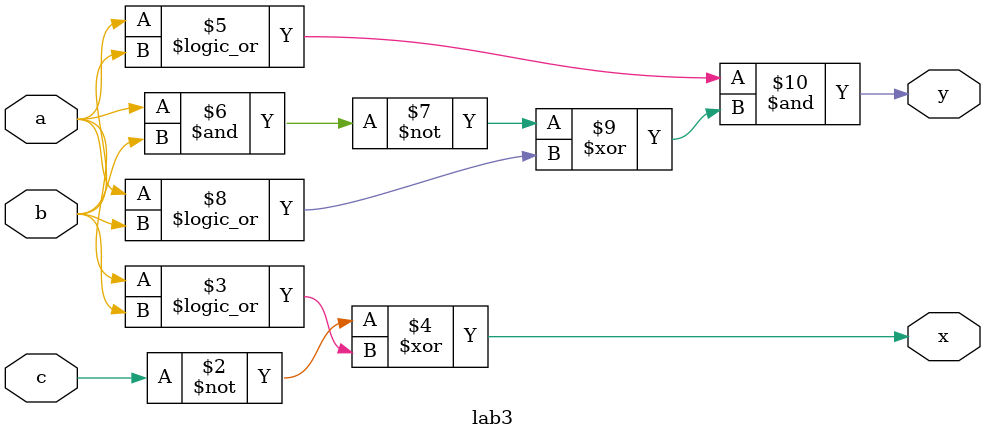
<source format=sv>
module lab3(input logic a,b,c, 
     output logic x,y

);
always_comb begin

x = (~c ^(a || b));
y = ((a || b)&((~(a&b)) ^ (a || b)));


    end

endmodule  


</source>
